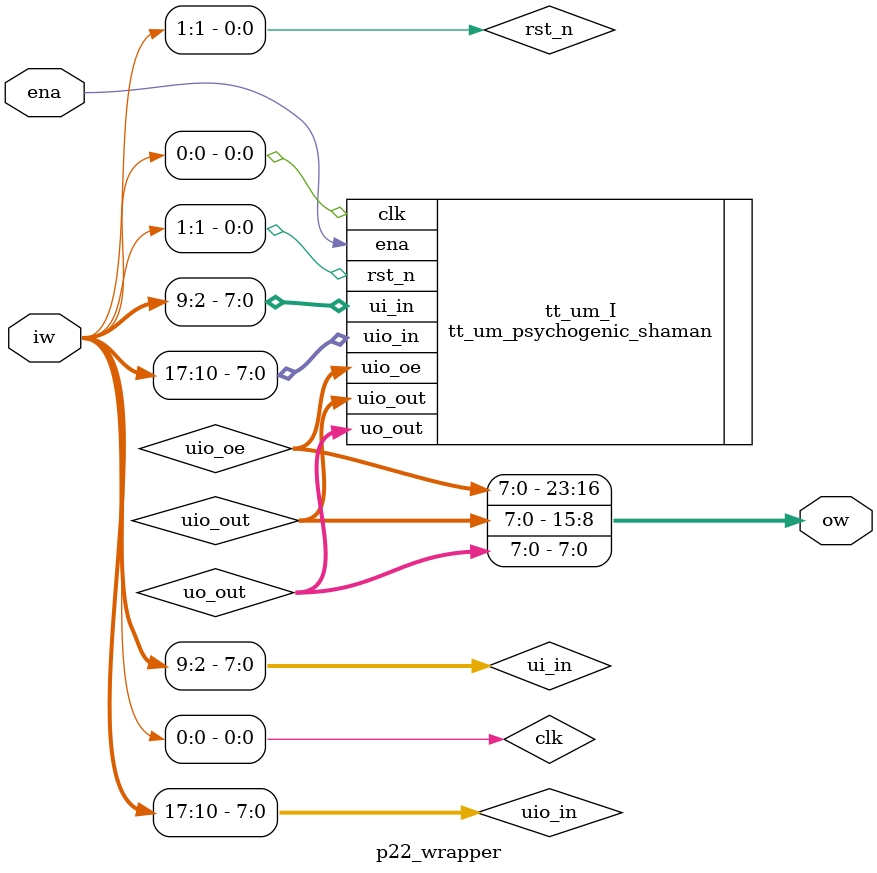
<source format=v>
`default_nettype none

module p22_wrapper (
  input wire ena,
  input wire [17:0] iw,
  output wire [23:0] ow
);

wire [7:0] uio_in;
wire [7:0] uio_out;
wire [7:0] uio_oe;
wire [7:0] uo_out;
wire [7:0] ui_in;
wire clk;
wire rst_n;

assign { uio_in, ui_in, rst_n, clk} = iw;
assign ow = { uio_oe, uio_out, uo_out };

tt_um_psychogenic_shaman tt_um_I (
  .uio_in  (uio_in),
  .uio_out (uio_out),
  .uio_oe  (uio_oe),
  .uo_out  (uo_out),
  .ui_in   (ui_in),
  .ena     (ena),
  .clk     (clk),
  .rst_n   (rst_n)
);

endmodule

</source>
